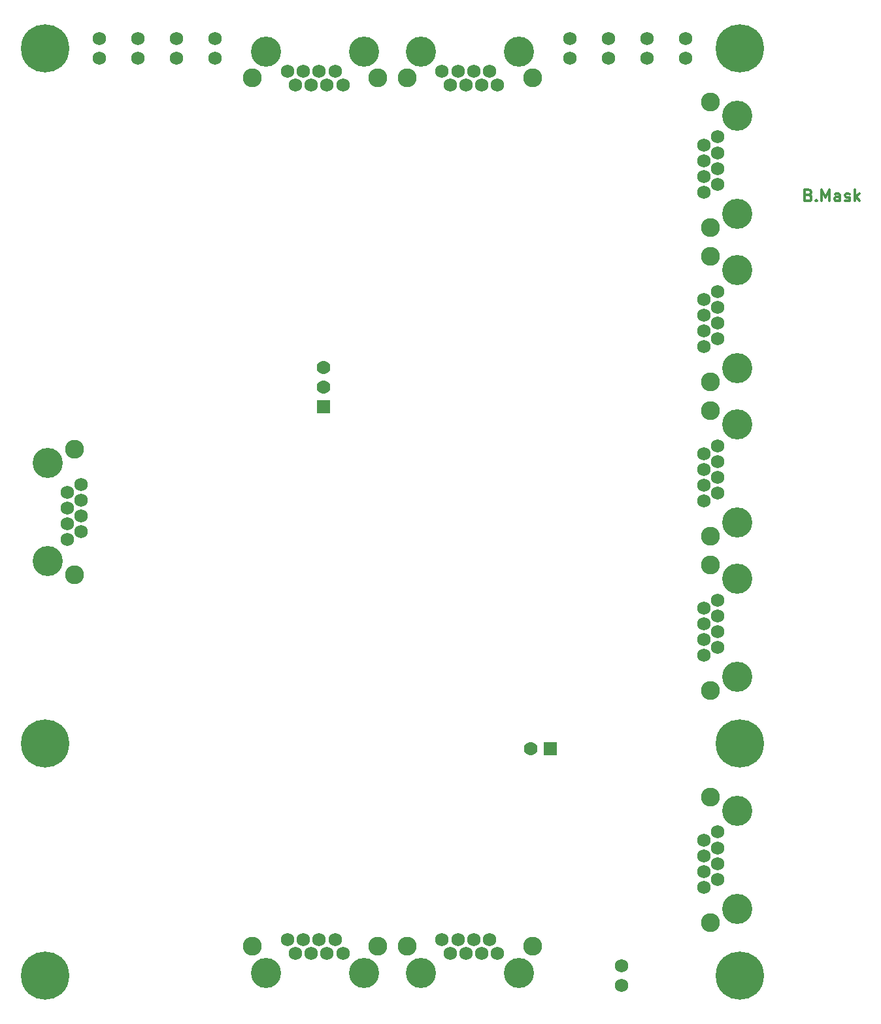
<source format=gbs>
G04 (created by PCBNEW (2013-mar-13)-testing) date Tue 15 Oct 2013 18:56:25 BST*
%MOIN*%
G04 Gerber Fmt 3.4, Leading zero omitted, Abs format*
%FSLAX34Y34*%
G01*
G70*
G90*
G04 APERTURE LIST*
%ADD10C,0.005906*%
%ADD11C,0.011811*%
%ADD12C,0.246063*%
%ADD13C,0.068898*%
%ADD14C,0.153543*%
%ADD15C,0.068943*%
%ADD16C,0.096457*%
%ADD17R,0.069843X0.069843*%
%ADD18C,0.069843*%
G04 APERTURE END LIST*
G54D10*
G54D11*
X45629Y-14150D02*
X45714Y-14178D01*
X45742Y-14206D01*
X45770Y-14263D01*
X45770Y-14347D01*
X45742Y-14403D01*
X45714Y-14431D01*
X45658Y-14460D01*
X45433Y-14460D01*
X45433Y-13869D01*
X45629Y-13869D01*
X45686Y-13897D01*
X45714Y-13925D01*
X45742Y-13982D01*
X45742Y-14038D01*
X45714Y-14094D01*
X45686Y-14122D01*
X45629Y-14150D01*
X45433Y-14150D01*
X46023Y-14403D02*
X46051Y-14431D01*
X46023Y-14460D01*
X45995Y-14431D01*
X46023Y-14403D01*
X46023Y-14460D01*
X46304Y-14460D02*
X46304Y-13869D01*
X46501Y-14291D01*
X46698Y-13869D01*
X46698Y-14460D01*
X47232Y-14460D02*
X47232Y-14150D01*
X47204Y-14094D01*
X47148Y-14066D01*
X47035Y-14066D01*
X46979Y-14094D01*
X47232Y-14431D02*
X47176Y-14460D01*
X47035Y-14460D01*
X46979Y-14431D01*
X46951Y-14375D01*
X46951Y-14319D01*
X46979Y-14263D01*
X47035Y-14235D01*
X47176Y-14235D01*
X47232Y-14206D01*
X47485Y-14431D02*
X47542Y-14460D01*
X47654Y-14460D01*
X47710Y-14431D01*
X47739Y-14375D01*
X47739Y-14347D01*
X47710Y-14291D01*
X47654Y-14263D01*
X47570Y-14263D01*
X47514Y-14235D01*
X47485Y-14178D01*
X47485Y-14150D01*
X47514Y-14094D01*
X47570Y-14066D01*
X47654Y-14066D01*
X47710Y-14094D01*
X47992Y-14460D02*
X47992Y-13869D01*
X48048Y-14235D02*
X48217Y-14460D01*
X48217Y-14066D02*
X47992Y-14291D01*
G54D12*
X6692Y-53937D03*
X42125Y-53937D03*
X42125Y-42125D03*
X6692Y-42125D03*
X6692Y-6692D03*
X42125Y-6692D03*
G54D13*
X39370Y-7192D03*
X39370Y-6192D03*
X37401Y-7192D03*
X37401Y-6192D03*
X35433Y-7192D03*
X35433Y-6192D03*
X33464Y-7192D03*
X33464Y-6192D03*
X15354Y-7192D03*
X15354Y-6192D03*
X13385Y-7192D03*
X13385Y-6192D03*
X11417Y-7192D03*
X11417Y-6192D03*
X9448Y-7192D03*
X9448Y-6192D03*
X36102Y-53437D03*
X36102Y-54437D03*
G54D14*
X41988Y-10098D03*
X41988Y-15098D03*
G54D15*
X40988Y-11192D03*
X40287Y-11594D03*
X40988Y-11996D03*
X40287Y-12397D03*
X40988Y-12799D03*
X40287Y-13200D03*
X40988Y-13602D03*
X40287Y-14003D03*
G54D16*
X40637Y-9397D03*
X40637Y-15799D03*
G54D14*
X41988Y-17972D03*
X41988Y-22972D03*
G54D15*
X40988Y-19066D03*
X40287Y-19468D03*
X40988Y-19870D03*
X40287Y-20271D03*
X40988Y-20673D03*
X40287Y-21074D03*
X40988Y-21476D03*
X40287Y-21877D03*
G54D16*
X40637Y-17271D03*
X40637Y-23673D03*
G54D14*
X41988Y-25846D03*
X41988Y-30846D03*
G54D15*
X40988Y-26940D03*
X40287Y-27342D03*
X40988Y-27744D03*
X40287Y-28145D03*
X40988Y-28547D03*
X40287Y-28948D03*
X40988Y-29350D03*
X40287Y-29751D03*
G54D16*
X40637Y-25145D03*
X40637Y-31547D03*
G54D14*
X41988Y-33720D03*
X41988Y-38720D03*
G54D15*
X40988Y-34814D03*
X40287Y-35216D03*
X40988Y-35618D03*
X40287Y-36019D03*
X40988Y-36421D03*
X40287Y-36822D03*
X40988Y-37224D03*
X40287Y-37625D03*
G54D16*
X40637Y-33019D03*
X40637Y-39421D03*
G54D14*
X41988Y-45531D03*
X41988Y-50531D03*
G54D15*
X40988Y-46625D03*
X40287Y-47027D03*
X40988Y-47429D03*
X40287Y-47830D03*
X40988Y-48232D03*
X40287Y-48633D03*
X40988Y-49035D03*
X40287Y-49437D03*
G54D16*
X40637Y-44830D03*
X40637Y-51232D03*
G54D14*
X6830Y-32814D03*
X6830Y-27814D03*
G54D15*
X7830Y-31720D03*
X8531Y-31318D03*
X7830Y-30917D03*
X8531Y-30515D03*
X7830Y-30114D03*
X8531Y-29712D03*
X7830Y-29311D03*
X8531Y-28909D03*
G54D16*
X8181Y-33515D03*
X8181Y-27114D03*
G54D14*
X30846Y-53799D03*
X25846Y-53799D03*
G54D15*
X29751Y-52799D03*
X29350Y-52098D03*
X28948Y-52799D03*
X28547Y-52098D03*
X28145Y-52799D03*
X27744Y-52098D03*
X27342Y-52799D03*
X26940Y-52098D03*
G54D16*
X31547Y-52448D03*
X25145Y-52448D03*
G54D14*
X22972Y-53799D03*
X17972Y-53799D03*
G54D15*
X21877Y-52799D03*
X21476Y-52098D03*
X21074Y-52799D03*
X20673Y-52098D03*
X20271Y-52799D03*
X19870Y-52098D03*
X19468Y-52799D03*
X19066Y-52098D03*
G54D16*
X23673Y-52448D03*
X17271Y-52448D03*
G54D14*
X25846Y-6830D03*
X30846Y-6830D03*
G54D15*
X26940Y-7830D03*
X27342Y-8531D03*
X27744Y-7830D03*
X28145Y-8531D03*
X28547Y-7830D03*
X28948Y-8531D03*
X29350Y-7830D03*
X29751Y-8531D03*
G54D16*
X25145Y-8181D03*
X31547Y-8181D03*
G54D14*
X17972Y-6830D03*
X22972Y-6830D03*
G54D15*
X19066Y-7830D03*
X19468Y-8531D03*
X19870Y-7830D03*
X20271Y-8531D03*
X20673Y-7830D03*
X21074Y-8531D03*
X21476Y-7830D03*
X21877Y-8531D03*
G54D16*
X17271Y-8181D03*
X23673Y-8181D03*
G54D17*
X32468Y-42391D03*
G54D18*
X31468Y-42391D03*
G54D17*
X20875Y-24956D03*
G54D18*
X20875Y-23956D03*
X20875Y-22956D03*
M02*

</source>
